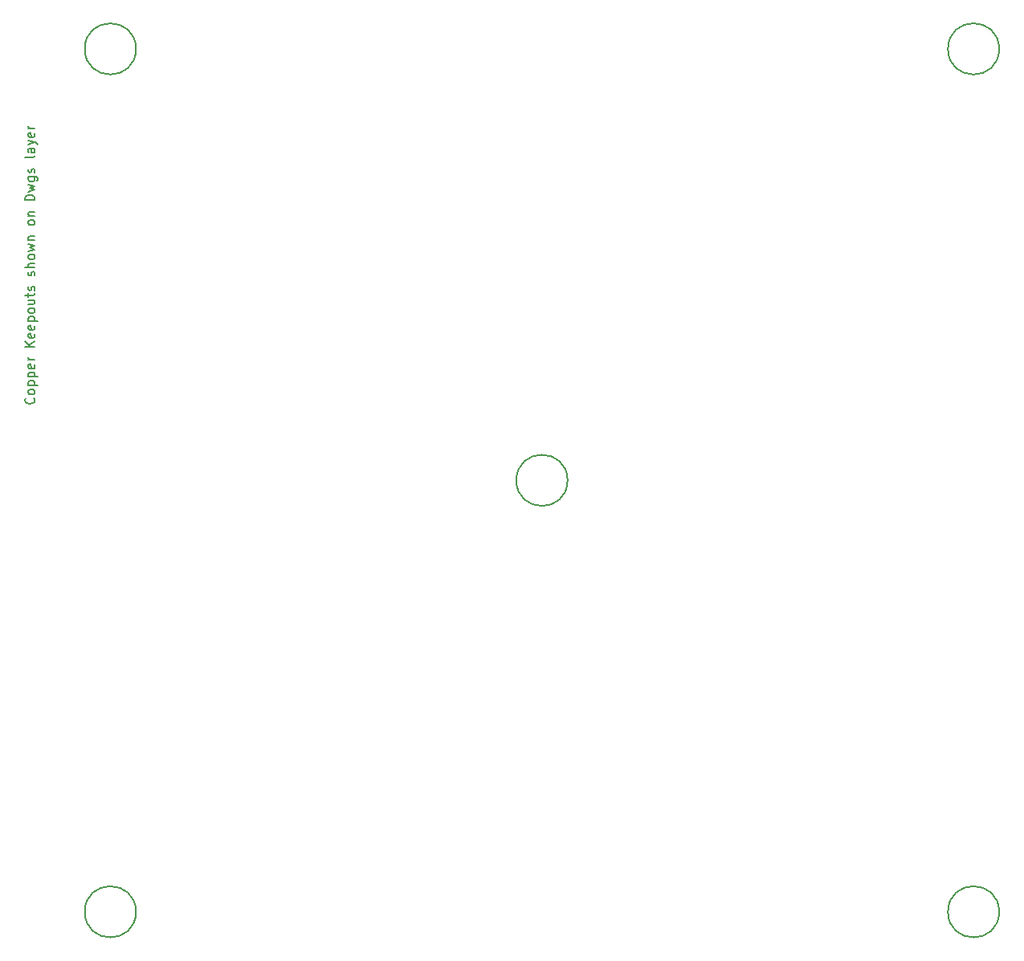
<source format=gbr>
%TF.GenerationSoftware,KiCad,Pcbnew,8.0.7*%
%TF.CreationDate,2025-01-12T22:15:46+01:00*%
%TF.ProjectId,butns,6275746e-732e-46b6-9963-61645f706362,rev?*%
%TF.SameCoordinates,Original*%
%TF.FileFunction,Other,Comment*%
%FSLAX46Y46*%
G04 Gerber Fmt 4.6, Leading zero omitted, Abs format (unit mm)*
G04 Created by KiCad (PCBNEW 8.0.7) date 2025-01-12 22:15:46*
%MOMM*%
%LPD*%
G01*
G04 APERTURE LIST*
%ADD10C,0.150000*%
G04 APERTURE END LIST*
D10*
X128509580Y-82400002D02*
X128557200Y-82447621D01*
X128557200Y-82447621D02*
X128604819Y-82590478D01*
X128604819Y-82590478D02*
X128604819Y-82685716D01*
X128604819Y-82685716D02*
X128557200Y-82828573D01*
X128557200Y-82828573D02*
X128461961Y-82923811D01*
X128461961Y-82923811D02*
X128366723Y-82971430D01*
X128366723Y-82971430D02*
X128176247Y-83019049D01*
X128176247Y-83019049D02*
X128033390Y-83019049D01*
X128033390Y-83019049D02*
X127842914Y-82971430D01*
X127842914Y-82971430D02*
X127747676Y-82923811D01*
X127747676Y-82923811D02*
X127652438Y-82828573D01*
X127652438Y-82828573D02*
X127604819Y-82685716D01*
X127604819Y-82685716D02*
X127604819Y-82590478D01*
X127604819Y-82590478D02*
X127652438Y-82447621D01*
X127652438Y-82447621D02*
X127700057Y-82400002D01*
X128604819Y-81828573D02*
X128557200Y-81923811D01*
X128557200Y-81923811D02*
X128509580Y-81971430D01*
X128509580Y-81971430D02*
X128414342Y-82019049D01*
X128414342Y-82019049D02*
X128128628Y-82019049D01*
X128128628Y-82019049D02*
X128033390Y-81971430D01*
X128033390Y-81971430D02*
X127985771Y-81923811D01*
X127985771Y-81923811D02*
X127938152Y-81828573D01*
X127938152Y-81828573D02*
X127938152Y-81685716D01*
X127938152Y-81685716D02*
X127985771Y-81590478D01*
X127985771Y-81590478D02*
X128033390Y-81542859D01*
X128033390Y-81542859D02*
X128128628Y-81495240D01*
X128128628Y-81495240D02*
X128414342Y-81495240D01*
X128414342Y-81495240D02*
X128509580Y-81542859D01*
X128509580Y-81542859D02*
X128557200Y-81590478D01*
X128557200Y-81590478D02*
X128604819Y-81685716D01*
X128604819Y-81685716D02*
X128604819Y-81828573D01*
X127938152Y-81066668D02*
X128938152Y-81066668D01*
X127985771Y-81066668D02*
X127938152Y-80971430D01*
X127938152Y-80971430D02*
X127938152Y-80780954D01*
X127938152Y-80780954D02*
X127985771Y-80685716D01*
X127985771Y-80685716D02*
X128033390Y-80638097D01*
X128033390Y-80638097D02*
X128128628Y-80590478D01*
X128128628Y-80590478D02*
X128414342Y-80590478D01*
X128414342Y-80590478D02*
X128509580Y-80638097D01*
X128509580Y-80638097D02*
X128557200Y-80685716D01*
X128557200Y-80685716D02*
X128604819Y-80780954D01*
X128604819Y-80780954D02*
X128604819Y-80971430D01*
X128604819Y-80971430D02*
X128557200Y-81066668D01*
X127938152Y-80161906D02*
X128938152Y-80161906D01*
X127985771Y-80161906D02*
X127938152Y-80066668D01*
X127938152Y-80066668D02*
X127938152Y-79876192D01*
X127938152Y-79876192D02*
X127985771Y-79780954D01*
X127985771Y-79780954D02*
X128033390Y-79733335D01*
X128033390Y-79733335D02*
X128128628Y-79685716D01*
X128128628Y-79685716D02*
X128414342Y-79685716D01*
X128414342Y-79685716D02*
X128509580Y-79733335D01*
X128509580Y-79733335D02*
X128557200Y-79780954D01*
X128557200Y-79780954D02*
X128604819Y-79876192D01*
X128604819Y-79876192D02*
X128604819Y-80066668D01*
X128604819Y-80066668D02*
X128557200Y-80161906D01*
X128557200Y-78876192D02*
X128604819Y-78971430D01*
X128604819Y-78971430D02*
X128604819Y-79161906D01*
X128604819Y-79161906D02*
X128557200Y-79257144D01*
X128557200Y-79257144D02*
X128461961Y-79304763D01*
X128461961Y-79304763D02*
X128081009Y-79304763D01*
X128081009Y-79304763D02*
X127985771Y-79257144D01*
X127985771Y-79257144D02*
X127938152Y-79161906D01*
X127938152Y-79161906D02*
X127938152Y-78971430D01*
X127938152Y-78971430D02*
X127985771Y-78876192D01*
X127985771Y-78876192D02*
X128081009Y-78828573D01*
X128081009Y-78828573D02*
X128176247Y-78828573D01*
X128176247Y-78828573D02*
X128271485Y-79304763D01*
X128604819Y-78400001D02*
X127938152Y-78400001D01*
X128128628Y-78400001D02*
X128033390Y-78352382D01*
X128033390Y-78352382D02*
X127985771Y-78304763D01*
X127985771Y-78304763D02*
X127938152Y-78209525D01*
X127938152Y-78209525D02*
X127938152Y-78114287D01*
X128604819Y-77019048D02*
X127604819Y-77019048D01*
X128604819Y-76447620D02*
X128033390Y-76876191D01*
X127604819Y-76447620D02*
X128176247Y-77019048D01*
X128557200Y-75638096D02*
X128604819Y-75733334D01*
X128604819Y-75733334D02*
X128604819Y-75923810D01*
X128604819Y-75923810D02*
X128557200Y-76019048D01*
X128557200Y-76019048D02*
X128461961Y-76066667D01*
X128461961Y-76066667D02*
X128081009Y-76066667D01*
X128081009Y-76066667D02*
X127985771Y-76019048D01*
X127985771Y-76019048D02*
X127938152Y-75923810D01*
X127938152Y-75923810D02*
X127938152Y-75733334D01*
X127938152Y-75733334D02*
X127985771Y-75638096D01*
X127985771Y-75638096D02*
X128081009Y-75590477D01*
X128081009Y-75590477D02*
X128176247Y-75590477D01*
X128176247Y-75590477D02*
X128271485Y-76066667D01*
X128557200Y-74780953D02*
X128604819Y-74876191D01*
X128604819Y-74876191D02*
X128604819Y-75066667D01*
X128604819Y-75066667D02*
X128557200Y-75161905D01*
X128557200Y-75161905D02*
X128461961Y-75209524D01*
X128461961Y-75209524D02*
X128081009Y-75209524D01*
X128081009Y-75209524D02*
X127985771Y-75161905D01*
X127985771Y-75161905D02*
X127938152Y-75066667D01*
X127938152Y-75066667D02*
X127938152Y-74876191D01*
X127938152Y-74876191D02*
X127985771Y-74780953D01*
X127985771Y-74780953D02*
X128081009Y-74733334D01*
X128081009Y-74733334D02*
X128176247Y-74733334D01*
X128176247Y-74733334D02*
X128271485Y-75209524D01*
X127938152Y-74304762D02*
X128938152Y-74304762D01*
X127985771Y-74304762D02*
X127938152Y-74209524D01*
X127938152Y-74209524D02*
X127938152Y-74019048D01*
X127938152Y-74019048D02*
X127985771Y-73923810D01*
X127985771Y-73923810D02*
X128033390Y-73876191D01*
X128033390Y-73876191D02*
X128128628Y-73828572D01*
X128128628Y-73828572D02*
X128414342Y-73828572D01*
X128414342Y-73828572D02*
X128509580Y-73876191D01*
X128509580Y-73876191D02*
X128557200Y-73923810D01*
X128557200Y-73923810D02*
X128604819Y-74019048D01*
X128604819Y-74019048D02*
X128604819Y-74209524D01*
X128604819Y-74209524D02*
X128557200Y-74304762D01*
X128604819Y-73257143D02*
X128557200Y-73352381D01*
X128557200Y-73352381D02*
X128509580Y-73400000D01*
X128509580Y-73400000D02*
X128414342Y-73447619D01*
X128414342Y-73447619D02*
X128128628Y-73447619D01*
X128128628Y-73447619D02*
X128033390Y-73400000D01*
X128033390Y-73400000D02*
X127985771Y-73352381D01*
X127985771Y-73352381D02*
X127938152Y-73257143D01*
X127938152Y-73257143D02*
X127938152Y-73114286D01*
X127938152Y-73114286D02*
X127985771Y-73019048D01*
X127985771Y-73019048D02*
X128033390Y-72971429D01*
X128033390Y-72971429D02*
X128128628Y-72923810D01*
X128128628Y-72923810D02*
X128414342Y-72923810D01*
X128414342Y-72923810D02*
X128509580Y-72971429D01*
X128509580Y-72971429D02*
X128557200Y-73019048D01*
X128557200Y-73019048D02*
X128604819Y-73114286D01*
X128604819Y-73114286D02*
X128604819Y-73257143D01*
X127938152Y-72066667D02*
X128604819Y-72066667D01*
X127938152Y-72495238D02*
X128461961Y-72495238D01*
X128461961Y-72495238D02*
X128557200Y-72447619D01*
X128557200Y-72447619D02*
X128604819Y-72352381D01*
X128604819Y-72352381D02*
X128604819Y-72209524D01*
X128604819Y-72209524D02*
X128557200Y-72114286D01*
X128557200Y-72114286D02*
X128509580Y-72066667D01*
X127938152Y-71733333D02*
X127938152Y-71352381D01*
X127604819Y-71590476D02*
X128461961Y-71590476D01*
X128461961Y-71590476D02*
X128557200Y-71542857D01*
X128557200Y-71542857D02*
X128604819Y-71447619D01*
X128604819Y-71447619D02*
X128604819Y-71352381D01*
X128557200Y-71066666D02*
X128604819Y-70971428D01*
X128604819Y-70971428D02*
X128604819Y-70780952D01*
X128604819Y-70780952D02*
X128557200Y-70685714D01*
X128557200Y-70685714D02*
X128461961Y-70638095D01*
X128461961Y-70638095D02*
X128414342Y-70638095D01*
X128414342Y-70638095D02*
X128319104Y-70685714D01*
X128319104Y-70685714D02*
X128271485Y-70780952D01*
X128271485Y-70780952D02*
X128271485Y-70923809D01*
X128271485Y-70923809D02*
X128223866Y-71019047D01*
X128223866Y-71019047D02*
X128128628Y-71066666D01*
X128128628Y-71066666D02*
X128081009Y-71066666D01*
X128081009Y-71066666D02*
X127985771Y-71019047D01*
X127985771Y-71019047D02*
X127938152Y-70923809D01*
X127938152Y-70923809D02*
X127938152Y-70780952D01*
X127938152Y-70780952D02*
X127985771Y-70685714D01*
X128557200Y-69495237D02*
X128604819Y-69399999D01*
X128604819Y-69399999D02*
X128604819Y-69209523D01*
X128604819Y-69209523D02*
X128557200Y-69114285D01*
X128557200Y-69114285D02*
X128461961Y-69066666D01*
X128461961Y-69066666D02*
X128414342Y-69066666D01*
X128414342Y-69066666D02*
X128319104Y-69114285D01*
X128319104Y-69114285D02*
X128271485Y-69209523D01*
X128271485Y-69209523D02*
X128271485Y-69352380D01*
X128271485Y-69352380D02*
X128223866Y-69447618D01*
X128223866Y-69447618D02*
X128128628Y-69495237D01*
X128128628Y-69495237D02*
X128081009Y-69495237D01*
X128081009Y-69495237D02*
X127985771Y-69447618D01*
X127985771Y-69447618D02*
X127938152Y-69352380D01*
X127938152Y-69352380D02*
X127938152Y-69209523D01*
X127938152Y-69209523D02*
X127985771Y-69114285D01*
X128604819Y-68638094D02*
X127604819Y-68638094D01*
X128604819Y-68209523D02*
X128081009Y-68209523D01*
X128081009Y-68209523D02*
X127985771Y-68257142D01*
X127985771Y-68257142D02*
X127938152Y-68352380D01*
X127938152Y-68352380D02*
X127938152Y-68495237D01*
X127938152Y-68495237D02*
X127985771Y-68590475D01*
X127985771Y-68590475D02*
X128033390Y-68638094D01*
X128604819Y-67590475D02*
X128557200Y-67685713D01*
X128557200Y-67685713D02*
X128509580Y-67733332D01*
X128509580Y-67733332D02*
X128414342Y-67780951D01*
X128414342Y-67780951D02*
X128128628Y-67780951D01*
X128128628Y-67780951D02*
X128033390Y-67733332D01*
X128033390Y-67733332D02*
X127985771Y-67685713D01*
X127985771Y-67685713D02*
X127938152Y-67590475D01*
X127938152Y-67590475D02*
X127938152Y-67447618D01*
X127938152Y-67447618D02*
X127985771Y-67352380D01*
X127985771Y-67352380D02*
X128033390Y-67304761D01*
X128033390Y-67304761D02*
X128128628Y-67257142D01*
X128128628Y-67257142D02*
X128414342Y-67257142D01*
X128414342Y-67257142D02*
X128509580Y-67304761D01*
X128509580Y-67304761D02*
X128557200Y-67352380D01*
X128557200Y-67352380D02*
X128604819Y-67447618D01*
X128604819Y-67447618D02*
X128604819Y-67590475D01*
X127938152Y-66923808D02*
X128604819Y-66733332D01*
X128604819Y-66733332D02*
X128128628Y-66542856D01*
X128128628Y-66542856D02*
X128604819Y-66352380D01*
X128604819Y-66352380D02*
X127938152Y-66161904D01*
X127938152Y-65780951D02*
X128604819Y-65780951D01*
X128033390Y-65780951D02*
X127985771Y-65733332D01*
X127985771Y-65733332D02*
X127938152Y-65638094D01*
X127938152Y-65638094D02*
X127938152Y-65495237D01*
X127938152Y-65495237D02*
X127985771Y-65399999D01*
X127985771Y-65399999D02*
X128081009Y-65352380D01*
X128081009Y-65352380D02*
X128604819Y-65352380D01*
X128604819Y-63971427D02*
X128557200Y-64066665D01*
X128557200Y-64066665D02*
X128509580Y-64114284D01*
X128509580Y-64114284D02*
X128414342Y-64161903D01*
X128414342Y-64161903D02*
X128128628Y-64161903D01*
X128128628Y-64161903D02*
X128033390Y-64114284D01*
X128033390Y-64114284D02*
X127985771Y-64066665D01*
X127985771Y-64066665D02*
X127938152Y-63971427D01*
X127938152Y-63971427D02*
X127938152Y-63828570D01*
X127938152Y-63828570D02*
X127985771Y-63733332D01*
X127985771Y-63733332D02*
X128033390Y-63685713D01*
X128033390Y-63685713D02*
X128128628Y-63638094D01*
X128128628Y-63638094D02*
X128414342Y-63638094D01*
X128414342Y-63638094D02*
X128509580Y-63685713D01*
X128509580Y-63685713D02*
X128557200Y-63733332D01*
X128557200Y-63733332D02*
X128604819Y-63828570D01*
X128604819Y-63828570D02*
X128604819Y-63971427D01*
X127938152Y-63209522D02*
X128604819Y-63209522D01*
X128033390Y-63209522D02*
X127985771Y-63161903D01*
X127985771Y-63161903D02*
X127938152Y-63066665D01*
X127938152Y-63066665D02*
X127938152Y-62923808D01*
X127938152Y-62923808D02*
X127985771Y-62828570D01*
X127985771Y-62828570D02*
X128081009Y-62780951D01*
X128081009Y-62780951D02*
X128604819Y-62780951D01*
X128604819Y-61542855D02*
X127604819Y-61542855D01*
X127604819Y-61542855D02*
X127604819Y-61304760D01*
X127604819Y-61304760D02*
X127652438Y-61161903D01*
X127652438Y-61161903D02*
X127747676Y-61066665D01*
X127747676Y-61066665D02*
X127842914Y-61019046D01*
X127842914Y-61019046D02*
X128033390Y-60971427D01*
X128033390Y-60971427D02*
X128176247Y-60971427D01*
X128176247Y-60971427D02*
X128366723Y-61019046D01*
X128366723Y-61019046D02*
X128461961Y-61066665D01*
X128461961Y-61066665D02*
X128557200Y-61161903D01*
X128557200Y-61161903D02*
X128604819Y-61304760D01*
X128604819Y-61304760D02*
X128604819Y-61542855D01*
X127938152Y-60638093D02*
X128604819Y-60447617D01*
X128604819Y-60447617D02*
X128128628Y-60257141D01*
X128128628Y-60257141D02*
X128604819Y-60066665D01*
X128604819Y-60066665D02*
X127938152Y-59876189D01*
X127938152Y-59066665D02*
X128747676Y-59066665D01*
X128747676Y-59066665D02*
X128842914Y-59114284D01*
X128842914Y-59114284D02*
X128890533Y-59161903D01*
X128890533Y-59161903D02*
X128938152Y-59257141D01*
X128938152Y-59257141D02*
X128938152Y-59399998D01*
X128938152Y-59399998D02*
X128890533Y-59495236D01*
X128557200Y-59066665D02*
X128604819Y-59161903D01*
X128604819Y-59161903D02*
X128604819Y-59352379D01*
X128604819Y-59352379D02*
X128557200Y-59447617D01*
X128557200Y-59447617D02*
X128509580Y-59495236D01*
X128509580Y-59495236D02*
X128414342Y-59542855D01*
X128414342Y-59542855D02*
X128128628Y-59542855D01*
X128128628Y-59542855D02*
X128033390Y-59495236D01*
X128033390Y-59495236D02*
X127985771Y-59447617D01*
X127985771Y-59447617D02*
X127938152Y-59352379D01*
X127938152Y-59352379D02*
X127938152Y-59161903D01*
X127938152Y-59161903D02*
X127985771Y-59066665D01*
X128557200Y-58638093D02*
X128604819Y-58542855D01*
X128604819Y-58542855D02*
X128604819Y-58352379D01*
X128604819Y-58352379D02*
X128557200Y-58257141D01*
X128557200Y-58257141D02*
X128461961Y-58209522D01*
X128461961Y-58209522D02*
X128414342Y-58209522D01*
X128414342Y-58209522D02*
X128319104Y-58257141D01*
X128319104Y-58257141D02*
X128271485Y-58352379D01*
X128271485Y-58352379D02*
X128271485Y-58495236D01*
X128271485Y-58495236D02*
X128223866Y-58590474D01*
X128223866Y-58590474D02*
X128128628Y-58638093D01*
X128128628Y-58638093D02*
X128081009Y-58638093D01*
X128081009Y-58638093D02*
X127985771Y-58590474D01*
X127985771Y-58590474D02*
X127938152Y-58495236D01*
X127938152Y-58495236D02*
X127938152Y-58352379D01*
X127938152Y-58352379D02*
X127985771Y-58257141D01*
X128604819Y-56876188D02*
X128557200Y-56971426D01*
X128557200Y-56971426D02*
X128461961Y-57019045D01*
X128461961Y-57019045D02*
X127604819Y-57019045D01*
X128604819Y-56066664D02*
X128081009Y-56066664D01*
X128081009Y-56066664D02*
X127985771Y-56114283D01*
X127985771Y-56114283D02*
X127938152Y-56209521D01*
X127938152Y-56209521D02*
X127938152Y-56399997D01*
X127938152Y-56399997D02*
X127985771Y-56495235D01*
X128557200Y-56066664D02*
X128604819Y-56161902D01*
X128604819Y-56161902D02*
X128604819Y-56399997D01*
X128604819Y-56399997D02*
X128557200Y-56495235D01*
X128557200Y-56495235D02*
X128461961Y-56542854D01*
X128461961Y-56542854D02*
X128366723Y-56542854D01*
X128366723Y-56542854D02*
X128271485Y-56495235D01*
X128271485Y-56495235D02*
X128223866Y-56399997D01*
X128223866Y-56399997D02*
X128223866Y-56161902D01*
X128223866Y-56161902D02*
X128176247Y-56066664D01*
X127938152Y-55685711D02*
X128604819Y-55447616D01*
X127938152Y-55209521D02*
X128604819Y-55447616D01*
X128604819Y-55447616D02*
X128842914Y-55542854D01*
X128842914Y-55542854D02*
X128890533Y-55590473D01*
X128890533Y-55590473D02*
X128938152Y-55685711D01*
X128557200Y-54447616D02*
X128604819Y-54542854D01*
X128604819Y-54542854D02*
X128604819Y-54733330D01*
X128604819Y-54733330D02*
X128557200Y-54828568D01*
X128557200Y-54828568D02*
X128461961Y-54876187D01*
X128461961Y-54876187D02*
X128081009Y-54876187D01*
X128081009Y-54876187D02*
X127985771Y-54828568D01*
X127985771Y-54828568D02*
X127938152Y-54733330D01*
X127938152Y-54733330D02*
X127938152Y-54542854D01*
X127938152Y-54542854D02*
X127985771Y-54447616D01*
X127985771Y-54447616D02*
X128081009Y-54399997D01*
X128081009Y-54399997D02*
X128176247Y-54399997D01*
X128176247Y-54399997D02*
X128271485Y-54876187D01*
X128604819Y-53971425D02*
X127938152Y-53971425D01*
X128128628Y-53971425D02*
X128033390Y-53923806D01*
X128033390Y-53923806D02*
X127985771Y-53876187D01*
X127985771Y-53876187D02*
X127938152Y-53780949D01*
X127938152Y-53780949D02*
X127938152Y-53685711D01*
%TO.C,H5*%
X184790991Y-91090997D02*
G75*
G02*
X179390991Y-91090997I-2700000J0D01*
G01*
X179390991Y-91090997D02*
G75*
G02*
X184790991Y-91090997I2700000J0D01*
G01*
%TO.C,H4*%
X230290991Y-45590997D02*
G75*
G02*
X224890991Y-45590997I-2700000J0D01*
G01*
X224890991Y-45590997D02*
G75*
G02*
X230290991Y-45590997I2700000J0D01*
G01*
%TO.C,H3*%
X230290991Y-136590997D02*
G75*
G02*
X224890991Y-136590997I-2700000J0D01*
G01*
X224890991Y-136590997D02*
G75*
G02*
X230290991Y-136590997I2700000J0D01*
G01*
%TO.C,H2*%
X139290991Y-136590997D02*
G75*
G02*
X133890991Y-136590997I-2700000J0D01*
G01*
X133890991Y-136590997D02*
G75*
G02*
X139290991Y-136590997I2700000J0D01*
G01*
%TO.C,H1*%
X139290991Y-45590997D02*
G75*
G02*
X133890991Y-45590997I-2700000J0D01*
G01*
X133890991Y-45590997D02*
G75*
G02*
X139290991Y-45590997I2700000J0D01*
G01*
%TD*%
M02*

</source>
